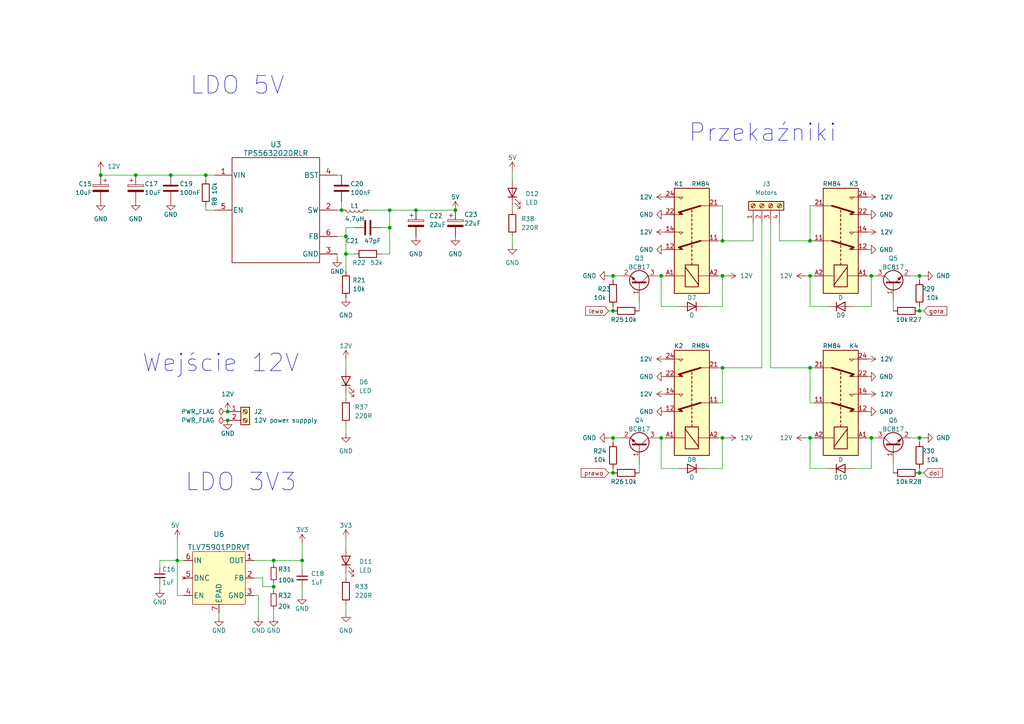
<source format=kicad_sch>
(kicad_sch (version 20250114) (generator "eeschema") (generator_version "9.0")
  (paper "A4")
  (lib_symbols
    (symbol "Connector:Screw_Terminal_01x02" (pin_names (offset 1.016) (hide yes))
      (property "Reference" "J" (at 0 2.54 0))
      (property "Value" "Screw_Terminal_01x02" (at 0 -5.08 0))
      (symbol "Screw_Terminal_01x02_1_1"
        (rectangle (start -1.27 1.27) (end 1.27 -3.81) (stroke (width 0.254)) (fill (type background)))
        (polyline (pts (xy -0.5334 0.3302) (xy 0.3302 -0.508)) (stroke (width 0.1524)))
        (polyline (pts (xy -0.5334 -2.2098) (xy 0.3302 -3.048)) (stroke (width 0.1524)))
        (polyline (pts (xy -0.3556 0.508) (xy 0.508 -0.3302)) (stroke (width 0.1524)))
        (polyline (pts (xy -0.3556 -2.032) (xy 0.508 -2.8702)) (stroke (width 0.1524)))
        (circle (center 0 0) (radius 0.635) (stroke (width 0.1524)))
        (circle (center 0 -2.54) (radius 0.635) (stroke (width 0.1524)))
        (pin passive line (at -5.08 0 0) (length 3.81) (name "Pin_1") (number "1"))
        (pin passive line (at -5.08 -2.54 0) (length 3.81) (name "Pin_2") (number "2"))
      )
    )
    (symbol "Connector:Screw_Terminal_01x04" (pin_names (offset 1.016) (hide yes))
      (property "Reference" "J" (at 0 5.08 0))
      (property "Value" "Screw_Terminal_01x04" (at 0 -7.62 0))
      (symbol "Screw_Terminal_01x04_1_1"
        (rectangle (start -1.27 3.81) (end 1.27 -6.35) (stroke (width 0.254)) (fill (type background)))
        (polyline (pts (xy -0.5334 2.8702) (xy 0.3302 2.032)) (stroke (width 0.1524)))
        (polyline (pts (xy -0.5334 0.3302) (xy 0.3302 -0.508)) (stroke (width 0.1524)))
        (polyline (pts (xy -0.5334 -2.2098) (xy 0.3302 -3.048)) (stroke (width 0.1524)))
        (polyline (pts (xy -0.5334 -4.7498) (xy 0.3302 -5.588)) (stroke (width 0.1524)))
        (polyline (pts (xy -0.3556 3.048) (xy 0.508 2.2098)) (stroke (width 0.1524)))
        (polyline (pts (xy -0.3556 0.508) (xy 0.508 -0.3302)) (stroke (width 0.1524)))
        (polyline (pts (xy -0.3556 -2.032) (xy 0.508 -2.8702)) (stroke (width 0.1524)))
        (polyline (pts (xy -0.3556 -4.572) (xy 0.508 -5.4102)) (stroke (width 0.1524)))
        (circle (center 0 2.54) (radius 0.635) (stroke (width 0.1524)))
        (circle (center 0 0) (radius 0.635) (stroke (width 0.1524)))
        (circle (center 0 -2.54) (radius 0.635) (stroke (width 0.1524)))
        (circle (center 0 -5.08) (radius 0.635) (stroke (width 0.1524)))
        (pin passive line (at -5.08 2.54 0) (length 3.81) (name "Pin_1") (number "1"))
        (pin passive line (at -5.08 0 0) (length 3.81) (name "Pin_2") (number "2"))
        (pin passive line (at -5.08 -2.54 0) (length 3.81) (name "Pin_3") (number "3"))
        (pin passive line (at -5.08 -5.08 0) (length 3.81) (name "Pin_4") (number "4"))
      )
    )
    (symbol "Device:C" (pin_numbers (hide yes)) (pin_names (offset 0.254))
      (property "Reference" "C" (at 0.635 2.54 0))
      (property "Value" "C" (at 0.635 -2.54 0))
      (symbol "C_0_1"
        (polyline (pts (xy -2.032 0.762) (xy 2.032 0.762)) (stroke (width 0.508)))
        (polyline (pts (xy -2.032 -0.762) (xy 2.032 -0.762)) (stroke (width 0.508)))
      )
      (symbol "C_1_1"
        (pin passive line (at 0 3.81 270) (length 2.794) (name "~") (number "1"))
        (pin passive line (at 0 -3.81 90) (length 2.794) (name "~") (number "2"))
      )
    )
    (symbol "Device:C_Polarized" (pin_numbers (hide yes)) (pin_names (offset 0.254))
      (property "Reference" "C" (at 0.635 2.54 0))
      (property "Value" "C_Polarized" (at 0.635 -2.54 0))
      (symbol "C_Polarized_0_1"
        (rectangle (start -2.286 0.508) (end 2.286 1.016))
        (polyline (pts (xy -1.778 2.286) (xy -0.762 2.286)))
        (polyline (pts (xy -1.27 2.794) (xy -1.27 1.778)))
        (rectangle (start 2.286 -0.508) (end -2.286 -1.016) (fill (type outline)))
      )
      (symbol "C_Polarized_1_1"
        (pin passive line (at 0 3.81 270) (length 2.794) (name "~") (number "1"))
        (pin passive line (at 0 -3.81 90) (length 2.794) (name "~") (number "2"))
      )
    )
    (symbol "Device:D" (pin_numbers (hide yes)) (pin_names (offset 1.016) (hide yes))
      (property "Reference" "D" (at 0 2.54 0))
      (property "Value" "D" (at 0 -2.54 0))
      (symbol "D_0_1"
        (polyline (pts (xy -1.27 1.27) (xy -1.27 -1.27)) (stroke (width 0.254)))
        (polyline (pts (xy 1.27 1.27) (xy 1.27 -1.27) (xy -1.27 0) (xy 1.27 1.27)) (stroke (width 0.254)))
        (polyline (pts (xy 1.27 0) (xy -1.27 0)))
      )
      (symbol "D_1_1"
        (pin passive line (at -3.81 0 0) (length 2.54) (name "K") (number "1"))
        (pin passive line (at 3.81 0 180) (length 2.54) (name "A") (number "2"))
      )
    )
    (symbol "Device:L" (pin_numbers (hide yes)) (pin_names (offset 1.016) (hide yes))
      (property "Reference" "L" (at -1.27 0 90))
      (property "Value" "L" (at 1.905 0 90))
      (symbol "L_0_1"
        (arc (start 0 2.54) (mid 0.6323 1.905) (end 0 1.27))
        (arc (start 0 1.27) (mid 0.6323 0.635) (end 0 0))
        (arc (start 0 0) (mid 0.6323 -0.635) (end 0 -1.27))
        (arc (start 0 -1.27) (mid 0.6323 -1.905) (end 0 -2.54))
      )
      (symbol "L_1_1"
        (pin passive line (at 0 3.81 270) (length 1.27) (name "1") (number "1"))
        (pin passive line (at 0 -3.81 90) (length 1.27) (name "2") (number "2"))
      )
    )
    (symbol "Device:LED" (pin_numbers (hide yes)) (pin_names (offset 1.016) (hide yes))
      (property "Reference" "D" (at 0 2.54 0))
      (property "Value" "LED" (at 0 -2.54 0))
      (symbol "LED_0_1"
        (polyline (pts (xy -3.048 -0.762) (xy -4.572 -2.286) (xy -3.81 -2.286) (xy -4.572 -2.286) (xy -4.572 -1.524)))
        (polyline (pts (xy -1.778 -0.762) (xy -3.302 -2.286) (xy -2.54 -2.286) (xy -3.302 -2.286) (xy -3.302 -1.524)))
        (polyline (pts (xy -1.27 0) (xy 1.27 0)))
        (polyline (pts (xy -1.27 -1.27) (xy -1.27 1.27)) (stroke (width 0.254)))
        (polyline (pts (xy 1.27 -1.27) (xy 1.27 1.27) (xy -1.27 0) (xy 1.27 -1.27)) (stroke (width 0.254)))
      )
      (symbol "LED_1_1"
        (pin passive line (at -3.81 0 0) (length 2.54) (name "K") (number "1"))
        (pin passive line (at 3.81 0 180) (length 2.54) (name "A") (number "2"))
      )
    )
    (symbol "Device:R" (pin_numbers (hide yes)) (pin_names (offset 0))
      (property "Reference" "R" (at 2.032 0 90))
      (property "Value" "R" (at 0 0 90))
      (symbol "R_0_1"
        (rectangle (start -1.016 -2.54) (end 1.016 2.54) (stroke (width 0.254)))
      )
      (symbol "R_1_1"
        (pin passive line (at 0 3.81 270) (length 1.27) (name "~") (number "1"))
        (pin passive line (at 0 -3.81 90) (length 1.27) (name "~") (number "2"))
      )
    )
    (symbol "PUTRocketLab_IC:TLV75901PDRVT" (pin_names (offset 0.254))
      (property "Reference" "U" (at -6.35 13.97 0))
      (property "Value" "TLV75901PDRVT" (at 1.27 11.43 0))
      (symbol "TLV75901PDRVT_1_1"
        (rectangle (start -7.62 -7.62) (end 7.62 7.62) (fill (type background)))
        (pin power_out line (at -10.16 5.08 0) (length 2.54) (name "OUT") (number "1"))
        (pin input line (at -10.16 0 0) (length 2.54) (name "FB") (number "2"))
        (pin power_in line (at -10.16 -5.08 0) (length 2.54) (name "GND") (number "3"))
        (pin passive line (at 0 -10.16 90) (length 2.54) (name "EPAD") (number "7"))
        (pin power_in line (at 10.16 5.08 180) (length 2.54) (name "IN") (number "6"))
        (pin no_connect line (at 10.16 0 180) (length 2.54) (name "DNC") (number "5"))
        (pin input line (at 10.16 -5.08 180) (length 2.54) (name "EN") (number "4"))
      )
    )
    (symbol "PUTRocketLab_power:+3V3" (power) (pin_names (offset 0))
      (property "Value" "+3V3" (at 0 3.556 0))
      (symbol "+3V3_0_1"
        (polyline (pts (xy -0.762 1.27) (xy 0 2.54)))
        (polyline (pts (xy 0 2.54) (xy 0.762 1.27)))
        (polyline (pts (xy 0 0) (xy 0 2.54)))
      )
      (symbol "+3V3_1_1"
        (pin power_in line (at 0 0 90) (length 0) (hide yes) (name "+3V3") (number "1"))
      )
    )
    (symbol "PUTRocketLab_power:GND" (power) (pin_names (offset 0))
      (property "Value" "GND" (at 0 -3.81 0))
      (symbol "GND_0_1"
        (polyline (pts (xy 0 0) (xy 0 -1.27) (xy 1.27 -1.27) (xy 0 -2.54) (xy -1.27 -1.27) (xy 0 -1.27)))
      )
      (symbol "GND_1_1"
        (pin power_in line (at 0 0 270) (length 0) (hide yes) (name "GND") (number "1"))
      )
    )
    (symbol "PUTRocketLab_supply:GND" (power) (pin_names (offset 0))
      (property "Value" "GND" (at 0 -3.81 0))
      (symbol "GND_0_1"
        (polyline (pts (xy 0 0) (xy 0 -1.27) (xy 1.27 -1.27) (xy 0 -2.54) (xy -1.27 -1.27) (xy 0 -1.27)))
      )
      (symbol "GND_1_1"
        (pin power_in line (at 0 0 270) (length 0) (hide yes) (name "GND") (number "1"))
      )
    )
    (symbol "PutRocketLab_RCL:C_Small" (pin_numbers (hide yes)) (pin_names (offset 0.254) (hide yes))
      (property "Reference" "C" (at 0.254 1.778 0))
      (property "Value" "C_Small" (at 0.254 -2.032 0))
      (symbol "C_Small_0_1"
        (polyline (pts (xy -1.524 0.508) (xy 1.524 0.508)) (stroke (width 0.3048)))
        (polyline (pts (xy -1.524 -0.508) (xy 1.524 -0.508)) (stroke (width 0.3302)))
      )
      (symbol "C_Small_1_1"
        (pin passive line (at 0 2.54 270) (length 2.032) (name "~") (number "1"))
        (pin passive line (at 0 -2.54 90) (length 2.032) (name "~") (number "2"))
      )
    )
    (symbol "PutRocketLab_RCL:R_Small" (pin_numbers (hide yes)) (pin_names (offset 0.254) (hide yes))
      (property "Reference" "R" (at 0.762 0.508 0))
      (property "Value" "R_Small" (at 0.762 -1.016 0))
      (symbol "R_Small_0_1"
        (rectangle (start -0.762 1.778) (end 0.762 -1.778) (stroke (width 0.2032)))
      )
      (symbol "R_Small_1_1"
        (pin passive line (at 0 2.54 270) (length 0.762) (name "~") (number "1"))
        (pin passive line (at 0 -2.54 90) (length 0.762) (name "~") (number "2"))
      )
    )
    (symbol "PutRocketLab_RCL:Resistor" (pin_numbers (hide yes)) (pin_names (offset 0))
      (property "Reference" "R" (at 2.032 0 90))
      (property "Value" "Resistor" (at 0 0 90))
      (symbol "Resistor_0_1"
        (rectangle (start -1.016 -2.54) (end 1.016 2.54) (stroke (width 0.254)))
      )
      (symbol "Resistor_1_1"
        (pin passive line (at 0 3.81 270) (length 1.27) (name "~") (number "1"))
        (pin passive line (at 0 -3.81 90) (length 1.27) (name "~") (number "2"))
      )
    )
    (symbol "Relay:RM84"
      (property "Reference" "K" (at 16.51 3.81 0))
      (property "Value" "RM84" (at 16.51 1.27 0))
      (symbol "RM84_0_1"
        (rectangle (start -15.24 5.08) (end 15.24 -5.08) (stroke (width 0.254)) (fill (type background)))
        (rectangle (start -13.335 1.905) (end -6.985 -1.905) (stroke (width 0.254)))
        (polyline (pts (xy -12.7 -1.905) (xy -7.62 1.905)) (stroke (width 0.254)))
        (polyline (pts (xy -10.16 5.08) (xy -10.16 1.905)))
        (polyline (pts (xy -10.16 -5.08) (xy -10.16 -1.905)))
        (polyline (pts (xy -6.985 0) (xy -6.35 0)) (stroke (width 0.254)))
        (polyline (pts (xy -5.715 0) (xy -5.08 0)) (stroke (width 0.254)))
        (polyline (pts (xy -4.445 0) (xy -3.81 0)) (stroke (width 0.254)))
        (polyline (pts (xy -3.175 0) (xy -2.54 0)) (stroke (width 0.254)))
        (polyline (pts (xy -2.54 5.08) (xy -2.54 2.54) (xy -1.905 3.175) (xy -2.54 3.81)) (fill (type outline)))
        (polyline (pts (xy -1.905 0) (xy -1.27 0)) (stroke (width 0.254)))
        (polyline (pts (xy -0.635 0) (xy 0 0)) (stroke (width 0.254)))
        (polyline (pts (xy 0 -2.54) (xy -1.905 3.81)) (stroke (width 0.508)))
        (polyline (pts (xy 0 -2.54) (xy 0 -5.08)))
        (polyline (pts (xy 0.635 0) (xy 1.27 0)) (stroke (width 0.254)))
        (polyline (pts (xy 1.905 0) (xy 2.54 0)) (stroke (width 0.254)))
        (polyline (pts (xy 2.54 5.08) (xy 2.54 2.54) (xy 1.905 3.175) (xy 2.54 3.81)))
        (polyline (pts (xy 3.175 0) (xy 3.81 0)) (stroke (width 0.254)))
        (polyline (pts (xy 4.445 0) (xy 5.08 0)) (stroke (width 0.254)))
        (polyline (pts (xy 5.715 0) (xy 6.35 0)) (stroke (width 0.254)))
        (polyline (pts (xy 6.985 0) (xy 7.62 0)) (stroke (width 0.254)))
        (polyline (pts (xy 7.62 5.08) (xy 7.62 2.54) (xy 8.255 3.175) (xy 7.62 3.81)) (fill (type outline)))
        (polyline (pts (xy 8.255 0) (xy 8.89 0)) (stroke (width 0.254)))
        (polyline (pts (xy 10.16 -2.54) (xy 8.255 3.81)) (stroke (width 0.508)))
        (polyline (pts (xy 10.16 -2.54) (xy 10.16 -5.08)))
        (polyline (pts (xy 12.7 5.08) (xy 12.7 2.54) (xy 12.065 3.175) (xy 12.7 3.81)))
      )
      (symbol "RM84_1_1"
        (pin passive line (at -10.16 7.62 270) (length 2.54) (name "~") (number "A1"))
        (pin passive line (at -10.16 -7.62 90) (length 2.54) (name "~") (number "A2"))
        (pin passive line (at -2.54 7.62 270) (length 2.54) (name "~") (number "12"))
        (pin passive line (at 0 -7.62 90) (length 2.54) (name "~") (number "11"))
        (pin passive line (at 2.54 7.62 270) (length 2.54) (name "~") (number "14"))
        (pin passive line (at 7.62 7.62 270) (length 2.54) (name "~") (number "22"))
        (pin passive line (at 10.16 -7.62 90) (length 2.54) (name "~") (number "21"))
        (pin passive line (at 12.7 7.62 270) (length 2.54) (name "~") (number "24"))
      )
    )
    (symbol "TPS56320DRLR:TPS563202DRLR" (pin_names (offset 0.254))
      (property "Reference" "U" (at 0 2.54 0))
      (property "Value" "TPS563202DRLR" (at 0 0 0))
      (symbol "TPS563202DRLR_1_1"
        (polyline (pts (xy -12.7 15.24) (xy -12.7 -15.24)) (stroke (width 0.2032)))
        (polyline (pts (xy -12.7 -15.24) (xy 12.7 -15.24)) (stroke (width 0.2032)))
        (polyline (pts (xy 12.7 15.24) (xy -12.7 15.24)) (stroke (width 0.2032)))
        (polyline (pts (xy 12.7 -15.24) (xy 12.7 15.24)) (stroke (width 0.2032)))
        (pin power_in line (at -17.78 10.16 0) (length 5.08) (name "VIN") (number "1"))
        (pin input line (at -17.78 0 0) (length 5.08) (name "EN") (number "5"))
        (pin unspecified line (at 17.78 10.16 180) (length 5.08) (name "BST") (number "4"))
        (pin power_in line (at 17.78 0 180) (length 5.08) (name "SW") (number "2"))
        (pin input line (at 17.78 -7.62 180) (length 5.08) (name "FB") (number "6"))
        (pin power_in line (at 17.78 -12.7 180) (length 5.08) (name "GND") (number "3"))
      )
    )
    (symbol "Transistor_BJT:BC817" (pin_names (offset 0) (hide yes))
      (property "Reference" "Q" (at 5.08 1.905 0))
      (property "Value" "BC817" (at 5.08 0 0))
      (symbol "BC817_0_1"
        (polyline (pts (xy 0.635 1.905) (xy 0.635 -1.905) (xy 0.635 -1.905)) (stroke (width 0.508)))
        (polyline (pts (xy 0.635 0.635) (xy 2.54 2.54)))
        (polyline (pts (xy 0.635 -0.635) (xy 2.54 -2.54) (xy 2.54 -2.54)))
        (circle (center 1.27 0) (radius 2.8194) (stroke (width 0.254)))
        (polyline (pts (xy 1.27 -1.778) (xy 1.778 -1.27) (xy 2.286 -2.286) (xy 1.27 -1.778) (xy 1.27 -1.778)) (fill (type outline)))
      )
      (symbol "BC817_1_1"
        (pin input line (at -5.08 0 0) (length 5.715) (name "B") (number "1"))
        (pin passive line (at 2.54 5.08 270) (length 2.54) (name "C") (number "3"))
        (pin passive line (at 2.54 -5.08 90) (length 2.54) (name "E") (number "2"))
      )
    )
    (symbol "power:+12V" (power) (pin_names (offset 0))
      (property "Value" "+12V" (at 0 3.556 0))
      (symbol "+12V_0_1"
        (polyline (pts (xy -0.762 1.27) (xy 0 2.54)))
        (polyline (pts (xy 0 2.54) (xy 0.762 1.27)))
        (polyline (pts (xy 0 0) (xy 0 2.54)))
      )
      (symbol "+12V_1_1"
        (pin power_in line (at 0 0 90) (length 0) (hide yes) (name "+12V") (number "1"))
      )
    )
    (symbol "power:+5V" (power) (pin_names (offset 0))
      (property "Value" "+5V" (at 0 3.556 0))
      (symbol "+5V_0_1"
        (polyline (pts (xy -0.762 1.27) (xy 0 2.54)))
        (polyline (pts (xy 0 2.54) (xy 0.762 1.27)))
        (polyline (pts (xy 0 0) (xy 0 2.54)))
      )
      (symbol "+5V_1_1"
        (pin power_in line (at 0 0 90) (length 0) (hide yes) (name "+5V") (number "1"))
      )
    )
    (symbol "power:GND" (power) (pin_names (offset 0))
      (property "Value" "GND" (at 0 -3.81 0))
      (symbol "GND_0_1"
        (polyline (pts (xy 0 0) (xy 0 -1.27) (xy 1.27 -1.27) (xy 0 -2.54) (xy -1.27 -1.27) (xy 0 -1.27)))
      )
      (symbol "GND_1_1"
        (pin power_in line (at 0 0 270) (length 0) (hide yes) (name "GND") (number "1"))
      )
    )
    (symbol "power:PWR_FLAG" (power) (pin_numbers (hide yes)) (pin_names (offset 0) (hide yes))
      (property "Value" "PWR_FLAG" (at 0 3.81 0))
      (symbol "PWR_FLAG_0_0"
        (pin power_out line (at 0 0 90) (length 0) (name "pwr") (number "1"))
      )
      (symbol "PWR_FLAG_0_1"
        (polyline (pts (xy 0 0) (xy 0 1.27) (xy -1.016 1.905) (xy 0 2.54) (xy 1.016 1.905) (xy 0 1.27)))
      )
    )
  )
  (text "Przekaźniki\n" (at 221.234 38.608 0) (effects (font (size 5.08 5.08))))
  (text "LDO 5V" (at 68.834 24.892 0) (effects (font (size 5.08 5.08))))
  (text "LDO 3V3\n" (at 69.85 139.954 0) (effects (font (size 5.08 5.08))))
  (text "Wejście 12V" (at 64.008 105.41 0) (effects (font (size 5.08 5.08))))
  (junction (at 177.8 127))
  (junction (at 209.55 80.01))
  (junction (at 113.03 66.04))
  (junction (at 209.55 69.85))
  (junction (at 252.73 127))
  (junction (at 100.33 73.66))
  (junction (at 120.65 60.96))
  (junction (at 234.95 106.68))
  (junction (at 99.06 60.96))
  (junction (at 177.8 137.16))
  (junction (at 49.53 50.8))
  (junction (at 51.435 162.56))
  (junction (at 234.95 80.01))
  (junction (at 209.55 106.68))
  (junction (at 234.95 127))
  (junction (at 79.375 170.18))
  (junction (at 113.03 60.96))
  (junction (at 66.04 121.92))
  (junction (at 191.77 80.01))
  (junction (at 39.37 50.8))
  (junction (at 87.63 162.56))
  (junction (at 132.08 60.96))
  (junction (at 266.7 127))
  (junction (at 79.375 162.56))
  (junction (at 266.7 137.16))
  (junction (at 252.73 80.01))
  (junction (at 266.7 80.01))
  (junction (at 59.69 50.8))
  (junction (at 266.7 90.17))
  (junction (at 66.04 119.38))
  (junction (at 177.8 90.17))
  (junction (at 191.77 127))
  (junction (at 209.55 127))
  (junction (at 234.95 69.85))
  (junction (at 29.21 50.8))
  (junction (at 100.33 68.58))
  (junction (at 177.8 80.01))
  (wire (pts (xy 266.7 137.16) (xy 266.7 135.89)))
  (wire (pts (xy 218.44 64.77) (xy 218.44 69.85)))
  (wire (pts (xy 267.97 127) (xy 266.7 127)))
  (wire (pts (xy 234.95 69.85) (xy 236.22 69.85)))
  (wire (pts (xy 100.33 114.3) (xy 100.33 115.57)))
  (wire (pts (xy 100.33 73.66) (xy 100.33 78.74)))
  (wire (pts (xy 209.55 127) (xy 208.28 127)))
  (wire (pts (xy 100.33 73.66) (xy 102.87 73.66)))
  (wire (pts (xy 208.28 59.69) (xy 209.55 59.69)))
  (wire (pts (xy 106.68 60.96) (xy 113.03 60.96)))
  (wire (pts (xy 191.77 127) (xy 193.04 127)))
  (wire (pts (xy 99.06 60.96) (xy 97.79 60.96)))
  (wire (pts (xy 191.77 127) (xy 191.77 135.89)))
  (wire (pts (xy 236.22 106.68) (xy 234.95 106.68)))
  (wire (pts (xy 259.08 137.16) (xy 259.08 134.62)))
  (wire (pts (xy 29.21 50.8) (xy 39.37 50.8)))
  (wire (pts (xy 79.375 176.53) (xy 79.375 179.07)))
  (wire (pts (xy 266.7 81.28) (xy 266.7 80.01)))
  (wire (pts (xy 76.2 170.18) (xy 79.375 170.18)))
  (wire (pts (xy 63.5 177.8) (xy 63.5 179.07)))
  (wire (pts (xy 148.59 59.69) (xy 148.59 60.96)))
  (wire (pts (xy 226.06 64.77) (xy 226.06 69.85)))
  (wire (pts (xy 39.37 50.8) (xy 49.53 50.8)))
  (wire (pts (xy 79.375 163.83) (xy 79.375 162.56)))
  (wire (pts (xy 177.8 81.28) (xy 177.8 80.01)))
  (wire (pts (xy 148.59 49.53) (xy 148.59 52.07)))
  (wire (pts (xy 29.21 49.53) (xy 29.21 50.8)))
  (wire (pts (xy 266.7 127) (xy 264.16 127)))
  (wire (pts (xy 234.95 106.68) (xy 234.95 116.84)))
  (wire (pts (xy 113.03 60.96) (xy 113.03 66.04)))
  (wire (pts (xy 185.42 137.16) (xy 185.42 134.62)))
  (wire (pts (xy 113.03 66.04) (xy 113.03 73.66)))
  (wire (pts (xy 59.69 50.8) (xy 59.69 52.07)))
  (wire (pts (xy 97.79 68.58) (xy 100.33 68.58)))
  (wire (pts (xy 191.77 88.9) (xy 196.85 88.9)))
  (wire (pts (xy 76.2 167.64) (xy 73.66 167.64)))
  (wire (pts (xy 177.8 80.01) (xy 180.34 80.01)))
  (wire (pts (xy 240.03 135.89) (xy 234.95 135.89)))
  (wire (pts (xy 73.66 162.56) (xy 79.375 162.56)))
  (wire (pts (xy 87.63 170.18) (xy 87.63 172.72)))
  (wire (pts (xy 223.52 106.68) (xy 234.95 106.68)))
  (wire (pts (xy 51.435 162.56) (xy 53.34 162.56)))
  (wire (pts (xy 51.435 172.72) (xy 53.34 172.72)))
  (wire (pts (xy 252.73 127) (xy 251.46 127)))
  (wire (pts (xy 209.55 106.68) (xy 209.55 116.84)))
  (wire (pts (xy 209.55 106.68) (xy 220.98 106.68)))
  (wire (pts (xy 236.22 59.69) (xy 234.95 59.69)))
  (wire (pts (xy 100.33 175.26) (xy 100.33 177.8)))
  (wire (pts (xy 51.435 156.21) (xy 51.435 162.56)))
  (wire (pts (xy 177.8 127) (xy 180.34 127)))
  (wire (pts (xy 120.65 60.96) (xy 113.03 60.96)))
  (wire (pts (xy 252.73 127) (xy 252.73 135.89)))
  (wire (pts (xy 266.7 80.01) (xy 264.16 80.01)))
  (wire (pts (xy 190.5 80.01) (xy 191.77 80.01)))
  (wire (pts (xy 177.8 128.27) (xy 177.8 127)))
  (wire (pts (xy 240.03 88.9) (xy 234.95 88.9)))
  (wire (pts (xy 252.73 80.01) (xy 252.73 88.9)))
  (wire (pts (xy 110.49 73.66) (xy 113.03 73.66)))
  (wire (pts (xy 102.87 66.04) (xy 100.33 66.04)))
  (wire (pts (xy 148.59 68.58) (xy 148.59 71.12)))
  (wire (pts (xy 209.55 127) (xy 209.55 135.89)))
  (wire (pts (xy 267.97 90.17) (xy 266.7 90.17)))
  (wire (pts (xy 100.33 66.04) (xy 100.33 68.58)))
  (wire (pts (xy 100.33 123.19) (xy 100.33 125.73)))
  (wire (pts (xy 110.49 66.04) (xy 113.03 66.04)))
  (wire (pts (xy 97.79 74.93) (xy 97.79 73.66)))
  (wire (pts (xy 79.375 162.56) (xy 87.63 162.56)))
  (wire (pts (xy 209.55 116.84) (xy 208.28 116.84)))
  (wire (pts (xy 99.06 50.8) (xy 97.79 50.8)))
  (wire (pts (xy 87.63 162.56) (xy 87.63 165.1)))
  (wire (pts (xy 210.82 127) (xy 209.55 127)))
  (wire (pts (xy 209.55 69.85) (xy 218.44 69.85)))
  (wire (pts (xy 252.73 88.9) (xy 247.65 88.9)))
  (wire (pts (xy 185.42 90.17) (xy 185.42 87.63)))
  (wire (pts (xy 176.53 90.17) (xy 177.8 90.17)))
  (wire (pts (xy 209.55 69.85) (xy 208.28 69.85)))
  (wire (pts (xy 204.47 135.89) (xy 209.55 135.89)))
  (wire (pts (xy 209.55 80.01) (xy 208.28 80.01)))
  (wire (pts (xy 74.93 172.72) (xy 74.93 179.07)))
  (wire (pts (xy 100.33 104.14) (xy 100.33 106.68)))
  (wire (pts (xy 233.68 80.01) (xy 234.95 80.01)))
  (wire (pts (xy 223.52 64.77) (xy 223.52 106.68)))
  (wire (pts (xy 176.53 127) (xy 177.8 127)))
  (wire (pts (xy 49.53 50.8) (xy 59.69 50.8)))
  (wire (pts (xy 234.95 80.01) (xy 236.22 80.01)))
  (wire (pts (xy 176.53 137.16) (xy 177.8 137.16)))
  (wire (pts (xy 177.8 137.16) (xy 177.8 135.89)))
  (wire (pts (xy 234.95 59.69) (xy 234.95 69.85)))
  (wire (pts (xy 100.33 68.58) (xy 100.33 73.66)))
  (wire (pts (xy 254 127) (xy 252.73 127)))
  (wire (pts (xy 79.375 170.18) (xy 79.375 171.45)))
  (wire (pts (xy 209.55 59.69) (xy 209.55 69.85)))
  (wire (pts (xy 74.93 172.72) (xy 73.66 172.72)))
  (wire (pts (xy 191.77 80.01) (xy 191.77 88.9)))
  (wire (pts (xy 233.68 127) (xy 234.95 127)))
  (wire (pts (xy 46.355 169.545) (xy 46.355 170.815)))
  (wire (pts (xy 100.33 156.21) (xy 100.33 158.75)))
  (wire (pts (xy 99.06 58.42) (xy 99.06 60.96)))
  (wire (pts (xy 132.08 60.96) (xy 120.65 60.96)))
  (wire (pts (xy 59.69 50.8) (xy 62.23 50.8)))
  (wire (pts (xy 46.355 162.56) (xy 46.355 164.465)))
  (wire (pts (xy 51.435 172.72) (xy 51.435 162.56)))
  (wire (pts (xy 259.08 90.17) (xy 259.08 87.63)))
  (wire (pts (xy 76.2 167.64) (xy 76.2 170.18)))
  (wire (pts (xy 220.98 106.68) (xy 220.98 64.77)))
  (wire (pts (xy 254 80.01) (xy 252.73 80.01)))
  (wire (pts (xy 234.95 127) (xy 236.22 127)))
  (wire (pts (xy 267.97 80.01) (xy 266.7 80.01)))
  (wire (pts (xy 252.73 135.89) (xy 247.65 135.89)))
  (wire (pts (xy 176.53 80.01) (xy 177.8 80.01)))
  (wire (pts (xy 59.69 59.69) (xy 59.69 60.96)))
  (wire (pts (xy 87.63 157.48) (xy 87.63 162.56)))
  (wire (pts (xy 191.77 80.01) (xy 193.04 80.01)))
  (wire (pts (xy 191.77 135.89) (xy 196.85 135.89)))
  (wire (pts (xy 266.7 128.27) (xy 266.7 127)))
  (wire (pts (xy 208.28 106.68) (xy 209.55 106.68)))
  (wire (pts (xy 204.47 88.9) (xy 209.55 88.9)))
  (wire (pts (xy 210.82 80.01) (xy 209.55 80.01)))
  (wire (pts (xy 234.95 127) (xy 234.95 135.89)))
  (wire (pts (xy 46.355 162.56) (xy 51.435 162.56)))
  (wire (pts (xy 59.69 60.96) (xy 62.23 60.96)))
  (wire (pts (xy 79.375 168.91) (xy 79.375 170.18)))
  (wire (pts (xy 190.5 127) (xy 191.77 127)))
  (wire (pts (xy 100.33 166.37) (xy 100.33 167.64)))
  (wire (pts (xy 234.95 69.85) (xy 226.06 69.85)))
  (wire (pts (xy 234.95 80.01) (xy 234.95 88.9)))
  (wire (pts (xy 234.95 116.84) (xy 236.22 116.84)))
  (wire (pts (xy 209.55 80.01) (xy 209.55 88.9)))
  (wire (pts (xy 252.73 80.01) (xy 251.46 80.01)))
  (wire (pts (xy 177.8 90.17) (xy 177.8 88.9)))
  (wire (pts (xy 267.97 137.16) (xy 266.7 137.16)))
  (wire (pts (xy 266.7 90.17) (xy 266.7 88.9)))
  (global_label "prawo" (shape input) (at 176.53 137.16 180) (property "Intersheetrefs" "${INTERSHEET_REFS}" (effects (hide yes))))
  (global_label "lewo" (shape input) (at 176.53 90.17 180) (property "Intersheetrefs" "${INTERSHEET_REFS}" (effects (hide yes))))
  (global_label "dol" (shape input) (at 267.97 137.16 0) (property "Intersheetrefs" "${INTERSHEET_REFS}" (effects (hide yes))))
  (global_label "gora" (shape input) (at 267.97 90.17 0) (property "Intersheetrefs" "${INTERSHEET_REFS}" (effects (hide yes))))
  (symbol (lib_id "PUTRocketLab_supply:GND") (at 267.97 80.01 90) (mirror x) (unit 1)
    (property "Reference" "#PWR085" (effects (hide yes)))
    (property "Value" "GND" (at 275.59 80.01 90) (effects (justify left)))
  )
  (symbol (lib_id "PUTRocketLab_supply:GND") (at 176.53 127 270) (unit 1)
    (property "Reference" "#PWR064" (effects (hide yes)))
    (property "Value" "GND" (at 168.91 127 90) (effects (justify left)))
  )
  (symbol (lib_id "power:+12V") (at 193.04 114.3 90) (mirror x) (unit 1)
    (property "Reference" "#PWR071" (effects (hide yes)))
    (property "Value" "12V" (at 189.23 114.2999 90) (effects (justify left)))
  )
  (symbol (lib_id "PUTRocketLab_supply:GND") (at 251.46 72.39 90) (mirror x) (unit 1)
    (property "Reference" "#PWR080" (effects (hide yes)))
    (property "Value" "GND" (at 259.08 72.39 90) (effects (justify left)))
  )
  (symbol (lib_id "Device:C") (at 49.53 54.61 0) (unit 1)
    (property "Reference" "C19" (at 52.07 53.34 0) (effects (justify left)))
    (property "Value" "100nF" (at 52.07 55.88 0) (effects (justify left)))
    (property "Footprint" "Capacitor_SMD:C_0805_2012Metric_Pad1.18x1.45mm_HandSolder" (effects (hide yes)))
  )
  (symbol (lib_id "TPS56320DRLR:TPS563202DRLR") (at 80.01 60.96 0) (unit 1)
    (property "Reference" "U3" (at 80.01 41.91 0) (effects (font (size 1.524 1.524))))
    (property "Value" "TPS563202DRLR" (at 80.01 44.45 0) (effects (font (size 1.524 1.524))))
    (property "Footprint" "TPS563202:TPS563202DRLR" (effects (hide yes)))
  )
  (symbol (lib_id "PUTRocketLab_power:GND") (at 87.63 172.72 0) (unit 1)
    (property "Reference" "#PWR093" (effects (hide yes)))
    (property "Value" "GND" (at 87.63 176.53 0))
  )
  (symbol (lib_id "PUTRocketLab_supply:GND") (at 193.04 119.38 270) (unit 1)
    (property "Reference" "#PWR072" (effects (hide yes)))
    (property "Value" "GND" (at 185.42 119.38 90) (effects (justify left)))
  )
  (symbol (lib_id "power:GND") (at 100.33 125.73 0) (unit 1)
    (property "Reference" "#PWR098" (effects (hide yes)))
    (property "Value" "GND" (at 100.33 130.81 0))
    (property "Description" "Power symbol creates a global label with name \"GND\" , ground" (effects (hide yes)))
  )
  (symbol (lib_id "power:GND") (at 148.59 71.12 0) (unit 1)
    (property "Reference" "#PWR0100" (effects (hide yes)))
    (property "Value" "GND" (at 148.59 76.2 0))
    (property "Description" "Power symbol creates a global label with name \"GND\" , ground" (effects (hide yes)))
  )
  (symbol (lib_id "Device:R") (at 262.89 90.17 270) (unit 1)
    (property "Reference" "R27" (at 265.43 92.71 90))
    (property "Value" "10k" (at 261.62 92.71 90))
    (property "Footprint" "Resistor_SMD:R_0805_2012Metric_Pad1.20x1.40mm_HandSolder" (effects (hide yes)))
  )
  (symbol (lib_id "Device:R") (at 181.61 137.16 90) (mirror x) (unit 1)
    (property "Reference" "R26" (at 179.07 139.7 90))
    (property "Value" "10k" (at 182.88 139.7 90))
    (property "Footprint" "Resistor_SMD:R_0805_2012Metric_Pad1.20x1.40mm_HandSolder" (effects (hide yes)))
  )
  (symbol (lib_id "Transistor_BJT:BC817") (at 259.08 129.54 90) (unit 1)
    (property "Reference" "Q6" (at 259.08 121.92 90))
    (property "Value" "BC817" (at 259.08 124.46 90))
    (property "Footprint" "Package_TO_SOT_SMD:SOT-23" (effects (hide yes)))
    (property "Datasheet" "https://www.onsemi.com/pub/Collateral/BC818-D.pdf" (effects (hide yes)))
  )
  (symbol (lib_id "power:+12V") (at 251.46 57.15 270) (unit 1)
    (property "Reference" "#PWR077" (effects (hide yes)))
    (property "Value" "12V" (at 255.27 57.1499 90) (effects (justify left)))
  )
  (symbol (lib_id "power:+12V") (at 233.68 127 90) (unit 1)
    (property "Reference" "#PWR076" (effects (hide yes)))
    (property "Value" "12V" (at 229.87 127 90) (effects (justify left)))
  )
  (symbol (lib_id "Device:D") (at 200.66 135.89 180) (unit 1)
    (property "Reference" "D8" (at 200.66 133.35 0))
    (property "Value" "D" (at 200.66 138.43 0))
    (property "Footprint" "Diode_SMD:D_MiniMELF" (effects (hide yes)))
  )
  (symbol (lib_id "Relay:RM84") (at 243.84 116.84 270) (mirror x) (unit 1)
    (property "Reference" "K4" (at 247.65 100.33 90))
    (property "Value" "RM84" (at 241.3 100.33 90))
    (property "Footprint" "Relay_THT:Relay_DPDT_Finder_40.52" (effects (hide yes)))
    (property "Datasheet" "http://www.relpol.pl/en/content/download/13766/168095/file/e_RM84.pdf" (effects (hide yes)))
  )
  (symbol (lib_id "PUTRocketLab_power:GND") (at 63.5 179.07 0) (unit 1)
    (property "Reference" "#PWR089" (effects (hide yes)))
    (property "Value" "GND" (at 63.5 182.88 0))
  )
  (symbol (lib_id "power:PWR_FLAG") (at 66.04 119.38 90) (unit 1)
    (property "Reference" "#FLG01" (effects (hide yes)))
    (property "Value" "PWR_FLAG" (at 62.23 119.3799 90) (effects (justify left)))
  )
  (symbol (lib_id "PUTRocketLab_supply:GND") (at 66.04 121.92 0) (unit 1)
    (property "Reference" "#PWR040" (effects (hide yes)))
    (property "Value" "GND" (at 66.04 125.73 0))
  )
  (symbol (lib_id "Device:C") (at 106.68 66.04 90) (unit 1)
    (property "Reference" "C21" (at 104.14 69.85 90) (effects (justify left)))
    (property "Value" "47pF" (at 110.49 69.85 90) (effects (justify left)))
    (property "Footprint" "Capacitor_SMD:C_0805_2012Metric_Pad1.18x1.45mm_HandSolder" (effects (hide yes)))
  )
  (symbol (lib_id "PUTRocketLab_supply:GND") (at 100.33 86.36 0) (unit 1)
    (property "Reference" "#PWR061" (effects (hide yes)))
    (property "Value" "GND" (at 100.33 91.44 0))
  )
  (symbol (lib_id "power:+12V") (at 29.21 49.53 0) (unit 1)
    (property "Reference" "#PWR034" (effects (hide yes)))
    (property "Value" "12V" (at 33.02 48.26 0))
  )
  (symbol (lib_id "PUTRocketLab_supply:GND") (at 251.46 119.38 90) (mirror x) (unit 1)
    (property "Reference" "#PWR084" (effects (hide yes)))
    (property "Value" "GND" (at 259.08 119.38 90) (effects (justify left)))
  )
  (symbol (lib_id "Relay:RM84") (at 243.84 69.85 270) (mirror x) (unit 1)
    (property "Reference" "K3" (at 247.65 53.34 90))
    (property "Value" "RM84" (at 241.3 53.34 90))
    (property "Footprint" "Relay_THT:Relay_DPDT_Finder_40.52" (effects (hide yes)))
    (property "Datasheet" "http://www.relpol.pl/en/content/download/13766/168095/file/e_RM84.pdf" (effects (hide yes)))
  )
  (symbol (lib_id "power:+12V") (at 66.04 119.38 0) (unit 1)
    (property "Reference" "#PWR036" (effects (hide yes)))
    (property "Value" "12V" (at 66.04 114.3 0))
  )
  (symbol (lib_id "PUTRocketLab_supply:GND") (at 251.46 109.22 90) (mirror x) (unit 1)
    (property "Reference" "#PWR082" (effects (hide yes)))
    (property "Value" "GND" (at 259.08 109.22 90) (effects (justify left)))
  )
  (symbol (lib_id "PUTRocketLab_power:+3V3") (at 100.33 156.21 0) (unit 1)
    (property "Reference" "#PWR094" (effects (hide yes)))
    (property "Value" "3V3" (at 100.33 152.4 0))
  )
  (symbol (lib_id "Device:D") (at 243.84 88.9 0) (unit 1)
    (property "Reference" "D9" (at 243.84 91.44 0))
    (property "Value" "D" (at 243.84 86.36 0))
    (property "Footprint" "Diode_SMD:D_MiniMELF" (effects (hide yes)))
  )
  (symbol (lib_id "PUTRocketLab_power:+3V3") (at 87.63 157.48 0) (unit 1)
    (property "Reference" "#PWR092" (effects (hide yes)))
    (property "Value" "3V3" (at 87.63 153.67 0))
  )
  (symbol (lib_id "Device:R") (at 106.68 73.66 90) (mirror x) (unit 1)
    (property "Reference" "R22" (at 104.14 76.2 90))
    (property "Value" "52k" (at 109.22 76.2 90))
    (property "Footprint" "Resistor_SMD:R_0805_2012Metric_Pad1.20x1.40mm_HandSolder" (effects (hide yes)))
  )
  (symbol (lib_id "Device:D") (at 243.84 135.89 0) (unit 1)
    (property "Reference" "D10" (at 243.84 138.43 0))
    (property "Value" "D" (at 243.84 133.35 0))
    (property "Footprint" "Diode_SMD:D_MiniMELF" (effects (hide yes)))
  )
  (symbol (lib_id "PUTRocketLab_power:+3V3") (at 132.08 60.96 0) (unit 1)
    (property "Reference" "#PWR0101" (effects (hide yes)))
    (property "Value" "5V" (at 132.08 57.15 0))
  )
  (symbol (lib_id "power:+12V") (at 251.46 104.14 270) (unit 1)
    (property "Reference" "#PWR081" (effects (hide yes)))
    (property "Value" "12V" (at 255.27 104.1399 90) (effects (justify left)))
  )
  (symbol (lib_id "PUTRocketLab_supply:GND") (at 132.08 68.58 0) (unit 1)
    (property "Reference" "#PWR063" (effects (hide yes)))
    (property "Value" "GND" (at 132.08 73.66 0))
  )
  (symbol (lib_id "PUTRocketLab_supply:GND") (at 193.04 72.39 270) (unit 1)
    (property "Reference" "#PWR068" (effects (hide yes)))
    (property "Value" "GND" (at 185.42 72.39 90) (effects (justify left)))
  )
  (symbol (lib_id "PUTRocketLab_supply:GND") (at 267.97 127 90) (mirror x) (unit 1)
    (property "Reference" "#PWR086" (effects (hide yes)))
    (property "Value" "GND" (at 275.59 127 90) (effects (justify left)))
  )
  (symbol (lib_id "PutRocketLab_RCL:Resistor") (at 148.59 64.77 0) (unit 1)
    (property "Reference" "R38" (at 151.13 63.4999 0) (effects (justify left)))
    (property "Value" "220R" (at 151.13 66.0399 0) (effects (justify left)))
    (property "Footprint" "Resistor_SMD:R_0603_1608Metric_Pad0.98x0.95mm_HandSolder" (effects (hide yes)))
    (property "Description" "Resistor" (effects (hide yes)))
  )
  (symbol (lib_id "Device:R") (at 181.61 90.17 90) (mirror x) (unit 1)
    (property "Reference" "R25" (at 179.07 92.71 90))
    (property "Value" "10k" (at 182.88 92.71 90))
    (property "Footprint" "Resistor_SMD:R_0805_2012Metric_Pad1.20x1.40mm_HandSolder" (effects (hide yes)))
  )
  (symbol (lib_id "power:+12V") (at 210.82 80.01 270) (mirror x) (unit 1)
    (property "Reference" "#PWR073" (effects (hide yes)))
    (property "Value" "12V" (at 214.63 80.01 90) (effects (justify left)))
  )
  (symbol (lib_id "Device:C_Polarized") (at 29.21 54.61 0) (mirror y) (unit 1)
    (property "Reference" "C15" (at 26.67 53.34 0) (effects (justify left)))
    (property "Value" "10uF" (at 26.67 55.88 0) (effects (justify left)))
    (property "Footprint" "Capacitor_Tantalum_SMD:CP_EIA-6032-28_Kemet-C_Pad2.25x2.35mm_HandSolder" (effects (hide yes)))
  )
  (symbol (lib_id "Device:C_Polarized") (at 39.37 54.61 0) (unit 1)
    (property "Reference" "C17" (at 41.91 53.34 0) (effects (justify left)))
    (property "Value" "10uF" (at 41.91 55.88 0) (effects (justify left)))
    (property "Footprint" "Capacitor_Tantalum_SMD:CP_EIA-6032-28_Kemet-C_Pad2.25x2.35mm_HandSolder" (effects (hide yes)))
  )
  (symbol (lib_id "power:+12V") (at 210.82 127 270) (mirror x) (unit 1)
    (property "Reference" "#PWR074" (effects (hide yes)))
    (property "Value" "12V" (at 214.63 127 90) (effects (justify left)))
  )
  (symbol (lib_id "Device:C_Polarized") (at 120.65 64.77 0) (unit 1)
    (property "Reference" "C22" (at 124.46 62.6109 0) (effects (justify left)))
    (property "Value" "22uF" (at 124.46 65.1509 0) (effects (justify left)))
    (property "Footprint" "Capacitor_Tantalum_SMD:CP_EIA-3216-18_Kemet-A_Pad1.58x1.35mm_HandSolder" (effects (hide yes)))
  )
  (symbol (lib_id "power:+5V") (at 51.435 156.21 0) (unit 1)
    (property "Reference" "#PWR088" (effects (hide yes)))
    (property "Value" "5V" (at 50.8 152.4 0))
  )
  (symbol (lib_id "Device:R") (at 262.89 137.16 270) (unit 1)
    (property "Reference" "R28" (at 265.43 139.7 90))
    (property "Value" "10k" (at 261.62 139.7 90))
    (property "Footprint" "Resistor_SMD:R_0805_2012Metric_Pad1.20x1.40mm_HandSolder" (effects (hide yes)))
  )
  (symbol (lib_id "Device:C_Polarized") (at 132.08 64.77 0) (unit 1)
    (property "Reference" "C23" (at 134.62 62.23 0) (effects (justify left)))
    (property "Value" "22uF" (at 134.62 64.77 0) (effects (justify left)))
    (property "Footprint" "Capacitor_Tantalum_SMD:CP_EIA-3216-18_Kemet-A_Pad1.58x1.35mm_HandSolder" (effects (hide yes)))
  )
  (symbol (lib_id "Transistor_BJT:BC817") (at 185.42 82.55 270) (mirror x) (unit 1)
    (property "Reference" "Q3" (at 185.42 74.93 90))
    (property "Value" "BC817" (at 185.42 77.47 90))
    (property "Footprint" "Package_TO_SOT_SMD:SOT-23" (effects (hide yes)))
    (property "Datasheet" "https://www.onsemi.com/pub/Collateral/BC818-D.pdf" (effects (hide yes)))
  )
  (symbol (lib_id "PUTRocketLab_power:+3V3") (at 148.59 49.53 0) (unit 1)
    (property "Reference" "#PWR099" (effects (hide yes)))
    (property "Value" "5V" (at 148.59 45.72 0))
  )
  (symbol (lib_id "Device:R") (at 177.8 132.08 0) (mirror x) (unit 1)
    (property "Reference" "R24" (at 173.99 130.81 0))
    (property "Value" "10k" (at 173.99 133.35 0))
    (property "Footprint" "Resistor_SMD:R_0805_2012Metric_Pad1.20x1.40mm_HandSolder" (effects (hide yes)))
  )
  (symbol (lib_id "PUTRocketLab_supply:GND") (at 39.37 58.42 0) (unit 1)
    (property "Reference" "#PWR037" (effects (hide yes)))
    (property "Value" "GND" (at 39.37 63.5 0))
  )
  (symbol (lib_id "PUTRocketLab_supply:GND") (at 97.79 74.93 0) (unit 1)
    (property "Reference" "#PWR060" (effects (hide yes)))
    (property "Value" "GND" (at 97.79 78.74 0))
  )
  (symbol (lib_id "PutRocketLab_RCL:R_Small") (at 79.375 166.37 0) (unit 1)
    (property "Reference" "R31" (at 80.645 165.1 0) (effects (justify left)))
    (property "Value" "100k" (at 80.645 168.275 0) (effects (justify left)))
    (property "Footprint" "Resistor_SMD:R_0805_2012Metric_Pad1.20x1.40mm_HandSolder" (effects (hide yes)))
  )
  (symbol (lib_id "Device:C") (at 99.06 54.61 0) (unit 1)
    (property "Reference" "C20" (at 101.6 53.34 0) (effects (justify left)))
    (property "Value" "100nF" (at 101.6 55.88 0) (effects (justify left)))
    (property "Footprint" "Capacitor_SMD:C_0805_2012Metric_Pad1.18x1.45mm_HandSolder" (effects (hide yes)))
  )
  (symbol (lib_id "PUTRocketLab_supply:GND") (at 49.53 58.42 0) (unit 1)
    (property "Reference" "#PWR042" (effects (hide yes)))
    (property "Value" "GND" (at 49.53 62.23 0))
  )
  (symbol (lib_id "Device:D") (at 200.66 88.9 180) (unit 1)
    (property "Reference" "D7" (at 200.66 86.36 0))
    (property "Value" "D" (at 200.66 91.44 0))
    (property "Footprint" "Diode_SMD:D_MiniMELF" (effects (hide yes)))
  )
  (symbol (lib_id "PUTRocketLab_supply:GND") (at 193.04 109.22 270) (unit 1)
    (property "Reference" "#PWR070" (effects (hide yes)))
    (property "Value" "GND" (at 185.42 109.22 90) (effects (justify left)))
  )
  (symbol (lib_id "power:+12V") (at 193.04 67.31 90) (mirror x) (unit 1)
    (property "Reference" "#PWR067" (effects (hide yes)))
    (property "Value" "12V" (at 189.23 67.3099 90) (effects (justify left)))
  )
  (symbol (lib_id "PUTRocketLab_power:+3V3") (at 100.33 104.14 0) (unit 1)
    (property "Reference" "#PWR097" (effects (hide yes)))
    (property "Value" "12V" (at 100.33 100.33 0))
  )
  (symbol (lib_id "power:+12V") (at 193.04 57.15 90) (mirror x) (unit 1)
    (property "Reference" "#PWR065" (effects (hide yes)))
    (property "Value" "12V" (at 189.23 57.1499 90) (effects (justify left)))
  )
  (symbol (lib_id "Relay:RM84") (at 200.66 69.85 90) (unit 1)
    (property "Reference" "K1" (at 196.85 53.34 90))
    (property "Value" "RM84" (at 203.2 53.34 90))
    (property "Footprint" "Relay_THT:Relay_DPDT_Finder_40.52" (effects (hide yes)))
    (property "Datasheet" "http://www.relpol.pl/en/content/download/13766/168095/file/e_RM84.pdf" (effects (hide yes)))
  )
  (symbol (lib_id "Device:R") (at 177.8 85.09 0) (mirror x) (unit 1)
    (property "Reference" "R23" (at 175.26 83.82 0))
    (property "Value" "10k" (at 173.99 86.36 0))
    (property "Footprint" "Resistor_SMD:R_0805_2012Metric_Pad1.20x1.40mm_HandSolder" (effects (hide yes)))
  )
  (symbol (lib_id "Connector:Screw_Terminal_01x02") (at 71.12 119.38 0) (unit 1)
    (property "Reference" "J2" (at 73.66 119.3799 0) (effects (justify left)))
    (property "Value" "12V power suppply" (at 73.66 121.9199 0) (effects (justify left)))
    (property "Footprint" "TerminalBlock_Phoenix:TerminalBlock_Phoenix_MKDS-1,5-2_1x02_P5.00mm_Horizontal" (effects (hide yes)))
  )
  (symbol (lib_id "power:+12V") (at 193.04 104.14 90) (mirror x) (unit 1)
    (property "Reference" "#PWR069" (effects (hide yes)))
    (property "Value" "12V" (at 189.23 104.1399 90) (effects (justify left)))
  )
  (symbol (lib_id "power:+12V") (at 233.68 80.01 90) (unit 1)
    (property "Reference" "#PWR075" (effects (hide yes)))
    (property "Value" "12V" (at 229.87 80.01 90) (effects (justify left)))
  )
  (symbol (lib_id "PUTRocketLab_supply:GND") (at 176.53 80.01 270) (unit 1)
    (property "Reference" "#PWR041" (effects (hide yes)))
    (property "Value" "GND" (at 168.91 80.01 90) (effects (justify left)))
  )
  (symbol (lib_id "PUTRocketLab_IC:TLV75901PDRVT") (at 63.5 167.64 0) (mirror y) (unit 1)
    (property "Reference" "U6" (at 63.5 154.94 0) (effects (font (size 1.524 1.524))))
    (property "Value" "TLV75901PDRVT" (at 63.5 158.75 0) (effects (font (size 1.524 1.524))))
    (property "Footprint" "PUT_RocketLab_IC:TLV75901PDRVT" (effects (hide yes)))
  )
  (symbol (lib_id "Device:R") (at 59.69 55.88 0) (mirror x) (unit 1)
    (property "Reference" "R8" (at 62.23 58.42 90))
    (property "Value" "10k" (at 62.23 54.61 90))
    (property "Footprint" "Resistor_SMD:R_0805_2012Metric_Pad1.20x1.40mm_HandSolder" (effects (hide yes)))
  )
  (symbol (lib_id "PUTRocketLab_supply:GND") (at 251.46 62.23 90) (mirror x) (unit 1)
    (property "Reference" "#PWR078" (effects (hide yes)))
    (property "Value" "GND" (at 259.08 62.23 90) (effects (justify left)))
  )
  (symbol (lib_id "PUTRocketLab_supply:GND") (at 193.04 62.23 270) (unit 1)
    (property "Reference" "#PWR066" (effects (hide yes)))
    (property "Value" "GND" (at 185.42 62.23 90) (effects (justify left)))
  )
  (symbol (lib_id "PUTRocketLab_power:GND") (at 74.93 179.07 0) (unit 1)
    (property "Reference" "#PWR090" (effects (hide yes)))
    (property "Value" "GND" (at 74.93 182.88 0))
  )
  (symbol (lib_id "Device:R") (at 100.33 82.55 0) (mirror x) (unit 1)
    (property "Reference" "R21" (at 104.14 81.28 0))
    (property "Value" "10k" (at 104.14 83.82 0))
    (property "Footprint" "Resistor_SMD:R_0805_2012Metric_Pad1.20x1.40mm_HandSolder" (effects (hide yes)))
  )
  (symbol (lib_id "Relay:RM84") (at 200.66 116.84 90) (unit 1)
    (property "Reference" "K2" (at 196.85 100.33 90))
    (property "Value" "RM84" (at 203.2 100.33 90))
    (property "Footprint" "Relay_THT:Relay_DPDT_Finder_40.52" (effects (hide yes)))
    (property "Datasheet" "http://www.relpol.pl/en/content/download/13766/168095/file/e_RM84.pdf" (effects (hide yes)))
  )
  (symbol (lib_id "PutRocketLab_RCL:C_Small") (at 87.63 167.64 0) (unit 1)
    (property "Reference" "C18" (at 90.17 166.3762 0) (effects (justify left)))
    (property "Value" "1uF" (at 90.17 168.9162 0) (effects (justify left)))
    (property "Footprint" "Capacitor_SMD:C_0805_2012Metric_Pad1.18x1.45mm_HandSolder" (effects (hide yes)))
  )
  (symbol (lib_id "PUTRocketLab_power:GND") (at 79.375 179.07 0) (unit 1)
    (property "Reference" "#PWR091" (effects (hide yes)))
    (property "Value" "GND" (at 79.375 182.88 0))
  )
  (symbol (lib_id "power:GND") (at 100.33 177.8 0) (unit 1)
    (property "Reference" "#PWR095" (effects (hide yes)))
    (property "Value" "GND" (at 100.33 182.88 0))
    (property "Description" "Power symbol creates a global label with name \"GND\" , ground" (effects (hide yes)))
  )
  (symbol (lib_id "Transistor_BJT:BC817") (at 185.42 129.54 270) (mirror x) (unit 1)
    (property "Reference" "Q4" (at 185.42 121.92 90))
    (property "Value" "BC817" (at 185.42 124.46 90))
    (property "Footprint" "Package_TO_SOT_SMD:SOT-23" (effects (hide yes)))
    (property "Datasheet" "https://www.onsemi.com/pub/Collateral/BC818-D.pdf" (effects (hide yes)))
  )
  (symbol (lib_id "power:+12V") (at 251.46 67.31 270) (unit 1)
    (property "Reference" "#PWR079" (effects (hide yes)))
    (property "Value" "12V" (at 255.27 67.3099 90) (effects (justify left)))
  )
  (symbol (lib_id "PUTRocketLab_supply:GND") (at 120.65 68.58 0) (unit 1)
    (property "Reference" "#PWR062" (effects (hide yes)))
    (property "Value" "GND" (at 120.65 73.66 0))
  )
  (symbol (lib_id "PutRocketLab_RCL:Resistor") (at 100.33 171.45 0) (unit 1)
    (property "Reference" "R33" (at 102.87 170.1799 0) (effects (justify left)))
    (property "Value" "220R" (at 102.87 172.7199 0) (effects (justify left)))
    (property "Footprint" "Resistor_SMD:R_0603_1608Metric_Pad0.98x0.95mm_HandSolder" (effects (hide yes)))
    (property "Description" "Resistor" (effects (hide yes)))
  )
  (symbol (lib_id "Connector:Screw_Terminal_01x04") (at 220.98 59.69 90) (unit 1)
    (property "Reference" "J3" (at 222.25 53.34 90))
    (property "Value" "Motors" (at 222.25 55.88 90))
    (property "Footprint" "TerminalBlock_Phoenix:TerminalBlock_Phoenix_MKDS-1,5-4_1x04_P5.00mm_Horizontal" (effects (hide yes)))
  )
  (symbol (lib_id "Device:LED") (at 148.59 55.88 90) (unit 1)
    (property "Reference" "D12" (at 152.4 56.1974 90) (effects (justify right)))
    (property "Value" "LED" (at 152.4 58.7374 90) (effects (justify right)))
    (property "Footprint" "LED_SMD:LED_0805_2012Metric_Pad1.15x1.40mm_HandSolder" (effects (hide yes)))
    (property "Description" "Light emitting diode" (effects (hide yes)))
  )
  (symbol (lib_id "PutRocketLab_RCL:C_Small") (at 46.355 167.005 0) (unit 1)
    (property "Reference" "C16" (at 46.99 165.1 0) (effects (justify left)))
    (property "Value" "1uF" (at 46.99 168.91 0) (effects (justify left)))
    (property "Footprint" "Capacitor_SMD:C_0805_2012Metric_Pad1.18x1.45mm_HandSolder" (effects (hide yes)))
  )
  (symbol (lib_id "PUTRocketLab_power:GND") (at 46.355 170.815 0) (unit 1)
    (property "Reference" "#PWR087" (effects (hide yes)))
    (property "Value" "GND" (at 46.355 174.625 0))
  )
  (symbol (lib_id "Transistor_BJT:BC817") (at 259.08 82.55 90) (unit 1)
    (property "Reference" "Q5" (at 259.08 74.93 90))
    (property "Value" "BC817" (at 259.08 77.47 90))
    (property "Footprint" "Package_TO_SOT_SMD:SOT-23" (effects (hide yes)))
    (property "Datasheet" "https://www.onsemi.com/pub/Collateral/BC818-D.pdf" (effects (hide yes)))
  )
  (symbol (lib_id "Device:L") (at 102.87 60.96 270) (unit 1)
    (property "Reference" "L1" (at 102.87 59.69 90))
    (property "Value" "4,7uH" (at 102.87 63.5 90))
    (property "Footprint" "Inductor_SMD:L_Taiyo-Yuden_NR-30xx_HandSoldering" (effects (hide yes)))
  )
  (symbol (lib_id "power:+12V") (at 251.46 114.3 270) (unit 1)
    (property "Reference" "#PWR083" (effects (hide yes)))
    (property "Value" "12V" (at 255.27 114.2999 90) (effects (justify left)))
  )
  (symbol (lib_id "Device:R") (at 266.7 132.08 180) (unit 1)
    (property "Reference" "R30" (at 269.24 130.81 0))
    (property "Value" "10k" (at 270.51 133.35 0))
    (property "Footprint" "Resistor_SMD:R_0805_2012Metric_Pad1.20x1.40mm_HandSolder" (effects (hide yes)))
  )
  (symbol (lib_id "Device:LED") (at 100.33 110.49 90) (unit 1)
    (property "Reference" "D6" (at 104.14 110.8074 90) (effects (justify right)))
    (property "Value" "LED" (at 104.14 113.3474 90) (effects (justify right)))
    (property "Footprint" "LED_SMD:LED_0805_2012Metric_Pad1.15x1.40mm_HandSolder" (effects (hide yes)))
    (property "Description" "Light emitting diode" (effects (hide yes)))
  )
  (symbol (lib_id "PutRocketLab_RCL:R_Small") (at 79.375 173.99 0) (unit 1)
    (property "Reference" "R32" (at 80.645 172.72 0) (effects (justify left)))
    (property "Value" "20k" (at 80.645 175.895 0) (effects (justify left)))
    (property "Footprint" "Resistor_SMD:R_0805_2012Metric_Pad1.20x1.40mm_HandSolder" (effects (hide yes)))
  )
  (symbol (lib_id "Device:R") (at 266.7 85.09 180) (unit 1)
    (property "Reference" "R29" (at 269.24 83.82 0))
    (property "Value" "10k" (at 270.51 86.36 0))
    (property "Footprint" "Resistor_SMD:R_0805_2012Metric_Pad1.20x1.40mm_HandSolder" (effects (hide yes)))
  )
  (symbol (lib_id "PUTRocketLab_supply:GND") (at 29.21 58.42 0) (unit 1)
    (property "Reference" "#PWR035" (effects (hide yes)))
    (property "Value" "GND" (at 29.21 63.5 0))
  )
  (symbol (lib_id "power:PWR_FLAG") (at 66.04 121.92 90) (unit 1)
    (property "Reference" "#FLG02" (effects (hide yes)))
    (property "Value" "PWR_FLAG" (at 62.23 121.9199 90) (effects (justify left)))
  )
  (symbol (lib_id "Device:LED") (at 100.33 162.56 90) (unit 1)
    (property "Reference" "D11" (at 104.14 162.8774 90) (effects (justify right)))
    (property "Value" "LED" (at 104.14 165.4174 90) (effects (justify right)))
    (property "Footprint" "LED_SMD:LED_0805_2012Metric_Pad1.15x1.40mm_HandSolder" (effects (hide yes)))
    (property "Description" "Light emitting diode" (effects (hide yes)))
  )
  (symbol (lib_id "PutRocketLab_RCL:Resistor") (at 100.33 119.38 0) (unit 1)
    (property "Reference" "R37" (at 102.87 118.1099 0) (effects (justify left)))
    (property "Value" "220R" (at 102.87 120.6499 0) (effects (justify left)))
    (property "Footprint" "Resistor_SMD:R_0603_1608Metric_Pad0.98x0.95mm_HandSolder" (effects (hide yes)))
    (property "Description" "Resistor" (effects (hide yes)))
  )
)
</source>
